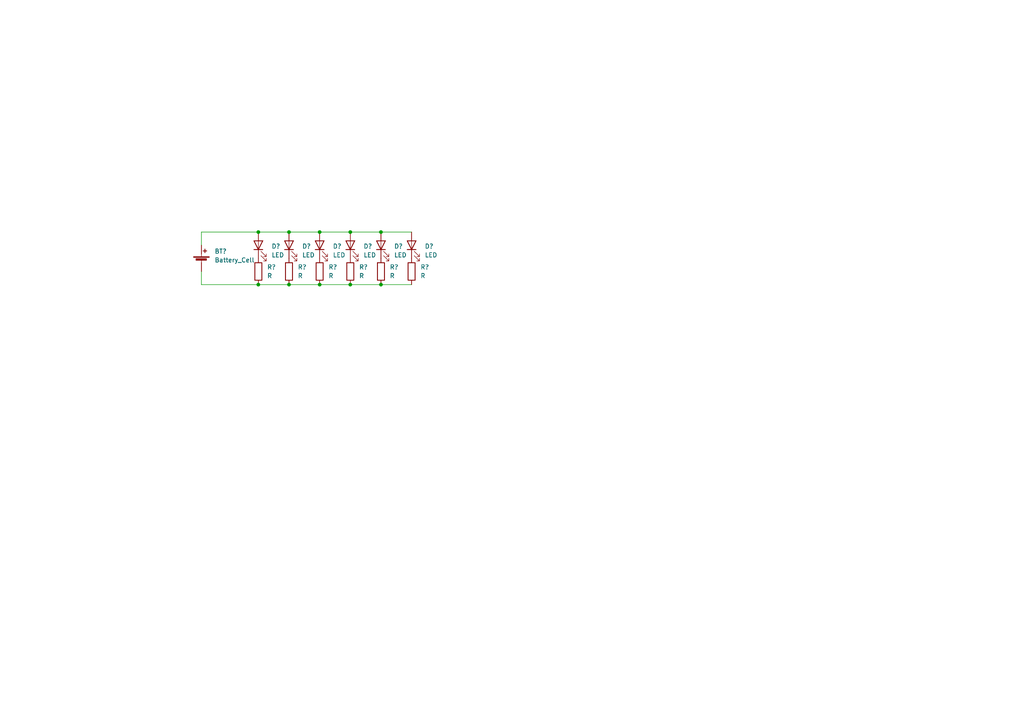
<source format=kicad_sch>
(kicad_sch (version 20211123) (generator eeschema)
  (paper "A4")
  (lib_symbols
    (symbol "Device:Battery_Cell" (pin_numbers hide) (pin_names (offset 0) hide)
      (property "Reference" "BT" (at 2.54 2.54 0))
      (property "Value" "Battery_Cell" (at 2.54 0 0))
      (symbol "Battery_Cell_0_1"
        (rectangle (start -2.286 1.778) (end 2.286 1.524) (fill (type outline)))
        (rectangle (start -1.5748 1.1938) (end 1.4732 0.6858) (fill (type outline)))
        (polyline (pts (xy 0 0.762) (xy 0 0)))
        (polyline (pts (xy 0 1.778) (xy 0 2.54)))
        (polyline (pts (xy 0.508 3.429) (xy 1.524 3.429)) (stroke (width 0.254)))
        (polyline (pts (xy 1.016 3.937) (xy 1.016 2.921)) (stroke (width 0.254)))
      )
      (symbol "Battery_Cell_1_1"
        (pin passive line (at 0 5.08 270) (length 2.54) (name "+") (number "1"))
        (pin passive line (at 0 -2.54 90) (length 2.54) (name "-") (number "2"))
      )
    )
    (symbol "Device:LED" (pin_numbers hide) (pin_names (offset 1.016) hide)
      (property "Reference" "D" (at 0 2.54 0))
      (property "Value" "LED" (at 0 -2.54 0))
      (symbol "LED_0_1"
        (polyline (pts (xy -1.27 -1.27) (xy -1.27 1.27)) (stroke (width 0.254)))
        (polyline (pts (xy -1.27 0) (xy 1.27 0)))
        (polyline (pts (xy 1.27 -1.27) (xy 1.27 1.27) (xy -1.27 0) (xy 1.27 -1.27)) (stroke (width 0.254)))
        (polyline (pts (xy -3.048 -0.762) (xy -4.572 -2.286) (xy -3.81 -2.286) (xy -4.572 -2.286) (xy -4.572 -1.524)))
        (polyline (pts (xy -1.778 -0.762) (xy -3.302 -2.286) (xy -2.54 -2.286) (xy -3.302 -2.286) (xy -3.302 -1.524)))
      )
      (symbol "LED_1_1"
        (pin passive line (at -3.81 0 0) (length 2.54) (name "K") (number "1"))
        (pin passive line (at 3.81 0 180) (length 2.54) (name "A") (number "2"))
      )
    )
    (symbol "Device:R" (pin_numbers hide) (pin_names (offset 0))
      (property "Reference" "R" (at 2.032 0 90))
      (property "Value" "R" (at 0 0 90))
      (symbol "R_0_1"
        (rectangle (start -1.016 -2.54) (end 1.016 2.54) (stroke (width 0.254)))
      )
      (symbol "R_1_1"
        (pin passive line (at 0 3.81 270) (length 1.27) (name "~") (number "1"))
        (pin passive line (at 0 -3.81 90) (length 1.27) (name "~") (number "2"))
      )
    )
  )
  (junction (at 74.93 67.31))
  (junction (at 83.82 82.55))
  (junction (at 92.71 82.55))
  (junction (at 110.49 67.31))
  (junction (at 83.82 67.31))
  (junction (at 101.6 82.55))
  (junction (at 110.49 82.55))
  (junction (at 92.71 67.31))
  (junction (at 101.6 67.31))
  (junction (at 74.93 82.55))
  (wire (pts (xy 92.71 67.31) (xy 101.6 67.31)))
  (wire (pts (xy 101.6 82.55) (xy 110.49 82.55)))
  (wire (pts (xy 58.42 82.55) (xy 74.93 82.55)))
  (wire (pts (xy 74.93 82.55) (xy 83.82 82.55)))
  (wire (pts (xy 101.6 67.31) (xy 110.49 67.31)))
  (wire (pts (xy 83.82 67.31) (xy 92.71 67.31)))
  (wire (pts (xy 58.42 78.74) (xy 58.42 82.55)))
  (wire (pts (xy 74.93 67.31) (xy 58.42 67.31)))
  (wire (pts (xy 92.71 82.55) (xy 101.6 82.55)))
  (wire (pts (xy 110.49 67.31) (xy 119.38 67.31)))
  (wire (pts (xy 110.49 82.55) (xy 119.38 82.55)))
  (wire (pts (xy 74.93 67.31) (xy 83.82 67.31)))
  (wire (pts (xy 83.82 82.55) (xy 92.71 82.55)))
  (wire (pts (xy 58.42 67.31) (xy 58.42 71.12)))
  (symbol (lib_id "Device:R") (at 83.82 78.74 0) (unit 1)
    (property "Reference" "R?" (at 86.36 77.4699 0) (effects (justify left)))
    (property "Value" "R" (at 86.36 80.0099 0) (effects (justify left)))
  )
  (symbol (lib_id "Device:R") (at 92.71 78.74 0) (unit 1)
    (property "Reference" "R?" (at 95.25 77.4699 0) (effects (justify left)))
    (property "Value" "R" (at 95.25 80.0099 0) (effects (justify left)))
  )
  (symbol (lib_id "Device:LED") (at 83.82 71.12 90) (unit 1)
    (property "Reference" "D?" (at 87.63 71.4374 90) (effects (justify right)))
    (property "Value" "LED" (at 87.63 73.9774 90) (effects (justify right)))
  )
  (symbol (lib_id "Device:LED") (at 74.93 71.12 90) (unit 1)
    (property "Reference" "D?" (at 78.74 71.4374 90) (effects (justify right)))
    (property "Value" "LED" (at 78.74 73.9774 90) (effects (justify right)))
  )
  (symbol (lib_id "Device:R") (at 110.49 78.74 0) (unit 1)
    (property "Reference" "R?" (at 113.03 77.4699 0) (effects (justify left)))
    (property "Value" "R" (at 113.03 80.0099 0) (effects (justify left)))
  )
  (symbol (lib_id "Device:LED") (at 101.6 71.12 90) (unit 1)
    (property "Reference" "D?" (at 105.41 71.4374 90) (effects (justify right)))
    (property "Value" "LED" (at 105.41 73.9774 90) (effects (justify right)))
  )
  (symbol (lib_id "Device:LED") (at 92.71 71.12 90) (unit 1)
    (property "Reference" "D?" (at 96.52 71.4374 90) (effects (justify right)))
    (property "Value" "LED" (at 96.52 73.9774 90) (effects (justify right)))
  )
  (symbol (lib_id "Device:R") (at 101.6 78.74 0) (unit 1)
    (property "Reference" "R?" (at 104.14 77.4699 0) (effects (justify left)))
    (property "Value" "R" (at 104.14 80.0099 0) (effects (justify left)))
  )
  (symbol (lib_id "Device:R") (at 119.38 78.74 0) (unit 1)
    (property "Reference" "R?" (at 121.92 77.4699 0) (effects (justify left)))
    (property "Value" "R" (at 121.92 80.0099 0) (effects (justify left)))
  )
  (symbol (lib_id "Device:LED") (at 110.49 71.12 90) (unit 1)
    (property "Reference" "D?" (at 114.3 71.4374 90) (effects (justify right)))
    (property "Value" "LED" (at 114.3 73.9774 90) (effects (justify right)))
  )
  (symbol (lib_id "Device:R") (at 74.93 78.74 0) (unit 1)
    (property "Reference" "R?" (at 77.47 77.4699 0) (effects (justify left)))
    (property "Value" "R" (at 77.47 80.0099 0) (effects (justify left)))
  )
  (symbol (lib_id "Device:Battery_Cell") (at 58.42 76.2 0) (unit 1)
    (property "Reference" "BT?" (at 62.23 72.8979 0) (effects (justify left)))
    (property "Value" "Battery_Cell" (at 62.23 75.4379 0) (effects (justify left)))
  )
  (symbol (lib_id "Device:LED") (at 119.38 71.12 90) (unit 1)
    (property "Reference" "D?" (at 123.19 71.4374 90) (effects (justify right)))
    (property "Value" "LED" (at 123.19 73.9774 90) (effects (justify right)))
  )
)
</source>
